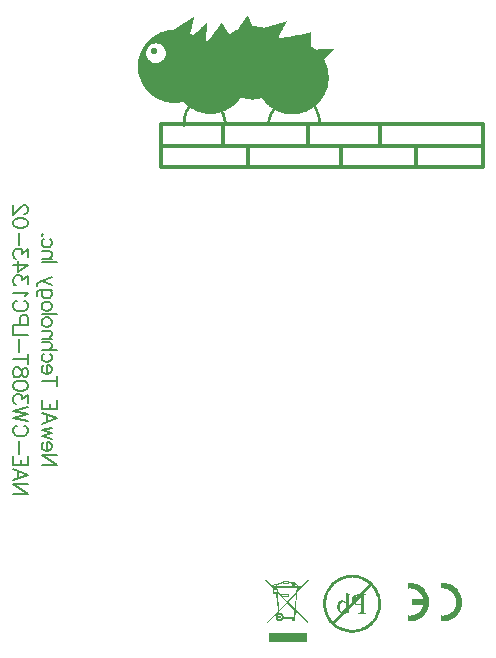
<source format=gbo>
G04*
G04 #@! TF.GenerationSoftware,Altium Limited,Altium Designer,21.6.4 (81)*
G04*
G04 Layer_Color=32896*
%FSLAX25Y25*%
%MOIN*%
G70*
G04*
G04 #@! TF.SameCoordinates,15FEF366-9F57-466A-8581-DEE9C99B8A09*
G04*
G04*
G04 #@! TF.FilePolarity,Positive*
G04*
G01*
G75*
%ADD13C,0.00800*%
%ADD15C,0.01181*%
G36*
X112134Y235419D02*
X112271D01*
Y235282D01*
Y235145D01*
Y235007D01*
X112408D01*
Y234870D01*
Y234733D01*
Y234595D01*
X112545D01*
Y234458D01*
Y234321D01*
X112683D01*
Y234184D01*
Y234046D01*
Y233909D01*
X112820D01*
Y233772D01*
Y233634D01*
Y233497D01*
X112957D01*
Y233360D01*
Y233223D01*
X113094D01*
Y233085D01*
Y232948D01*
Y232811D01*
X113232D01*
Y232673D01*
Y232536D01*
X113369D01*
Y232399D01*
Y232262D01*
Y232124D01*
X113506D01*
Y231987D01*
Y231850D01*
X115291D01*
Y231712D01*
X116115D01*
Y231575D01*
X116664D01*
Y231438D01*
X117213D01*
Y231300D01*
X117625D01*
Y231438D01*
X118174D01*
Y231575D01*
X118586D01*
Y231712D01*
X119135D01*
Y231850D01*
X119547D01*
Y231987D01*
X120096D01*
Y232124D01*
X120508D01*
Y232262D01*
X121057D01*
Y232399D01*
X121469D01*
Y232536D01*
X122019D01*
Y232673D01*
X122430D01*
Y232811D01*
X122979D01*
Y232948D01*
X123529D01*
Y233085D01*
X123941D01*
Y233223D01*
X124490D01*
Y233360D01*
X124902D01*
Y233497D01*
X125039D01*
Y233360D01*
Y233223D01*
X124902D01*
Y233085D01*
Y232948D01*
X124764D01*
Y232811D01*
X124627D01*
Y232673D01*
Y232536D01*
X124490D01*
Y232399D01*
Y232262D01*
X124352D01*
Y232124D01*
Y231987D01*
X124215D01*
Y231850D01*
X124078D01*
Y231712D01*
Y231575D01*
X123941D01*
Y231438D01*
Y231300D01*
X123803D01*
Y231163D01*
Y231026D01*
X123666D01*
Y230889D01*
Y230751D01*
X123529D01*
Y230614D01*
X123391D01*
Y230477D01*
Y230340D01*
X123254D01*
Y230202D01*
Y230065D01*
X123117D01*
Y229928D01*
Y229790D01*
X122979D01*
Y229653D01*
X122842D01*
Y229516D01*
Y229379D01*
X122705D01*
Y229241D01*
Y229104D01*
X122568D01*
Y228967D01*
Y228829D01*
X122430D01*
Y228692D01*
X122293D01*
Y228555D01*
Y228417D01*
Y228280D01*
X122430D01*
Y228143D01*
X122568D01*
Y228006D01*
X122705D01*
Y227868D01*
X123529D01*
Y228006D01*
X124215D01*
Y228143D01*
X125039D01*
Y228280D01*
X125725D01*
Y228417D01*
X126412D01*
Y228555D01*
X127098D01*
Y228692D01*
X127922D01*
Y228829D01*
X128609D01*
Y228967D01*
X129295D01*
Y229104D01*
X129981D01*
Y229241D01*
X130805D01*
Y229379D01*
X131492D01*
Y229516D01*
X132178D01*
Y229653D01*
X132864D01*
Y229790D01*
X133139D01*
Y229653D01*
Y229516D01*
Y229379D01*
Y229241D01*
Y229104D01*
Y228967D01*
Y228829D01*
Y228692D01*
Y228555D01*
Y228417D01*
Y228280D01*
Y228143D01*
Y228006D01*
Y227868D01*
Y227731D01*
Y227594D01*
Y227456D01*
Y227319D01*
Y227182D01*
Y227045D01*
Y226907D01*
Y226770D01*
Y226633D01*
Y226495D01*
Y226358D01*
Y226221D01*
Y226083D01*
Y225946D01*
Y225809D01*
Y225672D01*
Y225534D01*
Y225397D01*
Y225260D01*
Y225122D01*
X133276D01*
Y224985D01*
X133551D01*
Y224848D01*
X133688D01*
Y224711D01*
X133963D01*
Y224573D01*
X134100D01*
Y224436D01*
X134375D01*
Y224299D01*
X134512D01*
Y224161D01*
X134649D01*
Y224024D01*
X135336D01*
Y224161D01*
X140690D01*
Y224024D01*
X140553D01*
Y223887D01*
X140416D01*
Y223749D01*
X140278D01*
Y223612D01*
X140141D01*
Y223475D01*
X140004D01*
Y223338D01*
X139866D01*
Y223200D01*
X139729D01*
Y223063D01*
X139592D01*
Y222926D01*
X139454D01*
Y222789D01*
X139317D01*
Y222651D01*
X139180D01*
Y222514D01*
X139043D01*
Y222377D01*
X138905D01*
Y222239D01*
X138768D01*
Y222102D01*
X138631D01*
Y221965D01*
X138493D01*
Y221827D01*
X138356D01*
Y221690D01*
Y221553D01*
X138219D01*
Y221416D01*
X138082D01*
Y221278D01*
X137944D01*
Y221141D01*
X137807D01*
Y221004D01*
X137670D01*
Y220866D01*
X137395D01*
Y220729D01*
X137532D01*
Y220592D01*
Y220455D01*
X137670D01*
Y220317D01*
Y220180D01*
X137807D01*
Y220043D01*
Y219905D01*
X137944D01*
Y219768D01*
Y219631D01*
X138082D01*
Y219494D01*
Y219356D01*
Y219219D01*
X138219D01*
Y219082D01*
Y218944D01*
Y218807D01*
X138356D01*
Y218670D01*
Y218532D01*
X138493D01*
Y218395D01*
Y218258D01*
Y218121D01*
Y217983D01*
X138631D01*
Y217846D01*
Y217709D01*
Y217571D01*
Y217434D01*
X138768D01*
Y217297D01*
Y217160D01*
Y217022D01*
Y216885D01*
Y216748D01*
X138905D01*
Y216610D01*
Y216473D01*
Y216336D01*
Y216198D01*
Y216061D01*
Y215924D01*
Y215787D01*
Y215649D01*
X139043D01*
Y215512D01*
Y215375D01*
Y215237D01*
Y215100D01*
Y214963D01*
Y214826D01*
Y214688D01*
Y214551D01*
Y214414D01*
Y214276D01*
Y214139D01*
Y214002D01*
Y213864D01*
Y213727D01*
X138905D01*
Y213590D01*
Y213453D01*
Y213315D01*
Y213178D01*
Y213041D01*
Y212903D01*
Y212766D01*
Y212629D01*
X138768D01*
Y212492D01*
Y212354D01*
Y212217D01*
Y212080D01*
Y211943D01*
X138631D01*
Y211805D01*
Y211668D01*
Y211531D01*
Y211393D01*
X138493D01*
Y211256D01*
Y211119D01*
Y210981D01*
X138356D01*
Y210844D01*
Y210707D01*
Y210570D01*
X138219D01*
Y210432D01*
Y210295D01*
Y210158D01*
X138082D01*
Y210020D01*
Y209883D01*
X137944D01*
Y209746D01*
Y209609D01*
X137807D01*
Y209471D01*
Y209334D01*
X137670D01*
Y209197D01*
Y209059D01*
X137532D01*
Y208922D01*
Y208785D01*
X137395D01*
Y208647D01*
Y208510D01*
X137258D01*
Y208373D01*
Y208236D01*
X137120D01*
Y208098D01*
X136983D01*
Y207961D01*
Y207824D01*
X136846D01*
Y207686D01*
X136709D01*
Y207549D01*
X136571D01*
Y207412D01*
Y207275D01*
X136434D01*
Y207137D01*
X136297D01*
Y207000D01*
X136160D01*
Y206863D01*
Y206725D01*
X136022D01*
Y206588D01*
X135885D01*
Y206451D01*
X135748D01*
Y206313D01*
X135610D01*
Y206176D01*
X135473D01*
Y206039D01*
X135336D01*
Y205902D01*
X135198D01*
Y205764D01*
X135061D01*
Y205627D01*
X134924D01*
Y205490D01*
X134649D01*
Y205352D01*
Y205215D01*
X134787D01*
Y205078D01*
X134924D01*
Y204941D01*
X135061D01*
Y204803D01*
Y204666D01*
X135198D01*
Y204529D01*
Y204391D01*
X135336D01*
Y204254D01*
Y204117D01*
X135473D01*
Y203980D01*
Y203842D01*
Y203705D01*
X135610D01*
Y203568D01*
Y203430D01*
X135748D01*
Y203293D01*
Y203156D01*
Y203018D01*
X135885D01*
Y202881D01*
Y202744D01*
Y202607D01*
Y202469D01*
X136022D01*
Y202332D01*
Y202195D01*
Y202058D01*
Y201920D01*
X136160D01*
Y201783D01*
Y201646D01*
Y201508D01*
Y201371D01*
X136297D01*
Y201234D01*
Y201097D01*
Y200959D01*
Y200822D01*
Y200685D01*
Y200547D01*
Y200410D01*
X136434D01*
Y200273D01*
Y200135D01*
Y199998D01*
Y199861D01*
Y199723D01*
Y199586D01*
Y199449D01*
X135473D01*
Y199586D01*
Y199723D01*
Y199861D01*
Y199998D01*
Y200135D01*
Y200273D01*
Y200410D01*
Y200547D01*
Y200685D01*
X135336D01*
Y200822D01*
Y200959D01*
Y201097D01*
Y201234D01*
Y201371D01*
Y201508D01*
X135198D01*
Y201646D01*
Y201783D01*
Y201920D01*
Y202058D01*
X135061D01*
Y202195D01*
Y202332D01*
Y202469D01*
Y202607D01*
X134924D01*
Y202744D01*
Y202881D01*
Y203018D01*
X134787D01*
Y203156D01*
Y203293D01*
X134649D01*
Y203430D01*
Y203568D01*
Y203705D01*
X134512D01*
Y203842D01*
Y203980D01*
X134375D01*
Y204117D01*
Y204254D01*
X134237D01*
Y204391D01*
X134100D01*
Y204529D01*
Y204666D01*
X133963D01*
Y204803D01*
X133826D01*
Y204666D01*
X133688D01*
Y204529D01*
X133414D01*
Y204391D01*
X133276D01*
Y204254D01*
X133002D01*
Y204117D01*
X132727D01*
Y203980D01*
X132453D01*
Y203842D01*
X132178D01*
Y203705D01*
X131904D01*
Y203568D01*
X131629D01*
Y203430D01*
X131354D01*
Y203293D01*
X130942D01*
Y203156D01*
X130531D01*
Y203018D01*
X129981D01*
Y202881D01*
X129569D01*
Y202744D01*
X128746D01*
Y202607D01*
X127510D01*
Y202469D01*
X126137D01*
Y202607D01*
X124902D01*
Y202744D01*
X124215D01*
Y202881D01*
X123666D01*
Y203018D01*
X123117D01*
Y203156D01*
X122705D01*
Y203293D01*
X122430D01*
Y203430D01*
X122019D01*
Y203568D01*
X121744D01*
Y203705D01*
X121469D01*
Y203842D01*
X121057D01*
Y203705D01*
Y203568D01*
X120920D01*
Y203430D01*
X120783D01*
Y203293D01*
X120646D01*
Y203156D01*
Y203018D01*
X120508D01*
Y202881D01*
Y202744D01*
X120371D01*
Y202607D01*
X120234D01*
Y202469D01*
Y202332D01*
X120096D01*
Y202195D01*
Y202058D01*
X119959D01*
Y201920D01*
Y201783D01*
Y201646D01*
X119822D01*
Y201508D01*
Y201371D01*
Y201234D01*
X119685D01*
Y201097D01*
Y200959D01*
Y200822D01*
Y200685D01*
Y200547D01*
X119547D01*
Y200410D01*
Y200273D01*
Y200135D01*
Y199998D01*
Y199861D01*
Y199723D01*
Y199586D01*
Y199449D01*
Y199312D01*
Y199174D01*
Y199037D01*
X119135D01*
Y198900D01*
X118586D01*
Y199037D01*
Y199174D01*
Y199312D01*
Y199449D01*
Y199586D01*
Y199723D01*
Y199861D01*
Y199998D01*
Y200135D01*
Y200273D01*
X118723D01*
Y200410D01*
Y200547D01*
Y200685D01*
Y200822D01*
Y200959D01*
Y201097D01*
Y201234D01*
X118861D01*
Y201371D01*
Y201508D01*
Y201646D01*
X118998D01*
Y201783D01*
Y201920D01*
Y202058D01*
X119135D01*
Y202195D01*
Y202332D01*
Y202469D01*
X119273D01*
Y202607D01*
Y202744D01*
X119410D01*
Y202881D01*
Y203018D01*
X119547D01*
Y203156D01*
X119685D01*
Y203293D01*
Y203430D01*
X119822D01*
Y203568D01*
Y203705D01*
X119959D01*
Y203842D01*
X120096D01*
Y203980D01*
Y204117D01*
X120234D01*
Y204254D01*
X120371D01*
Y204391D01*
Y204529D01*
X119959D01*
Y204666D01*
X119822D01*
Y204803D01*
X119685D01*
Y204941D01*
X119410D01*
Y205078D01*
X119273D01*
Y205215D01*
X119135D01*
Y205352D01*
X118998D01*
Y205490D01*
X118723D01*
Y205627D01*
X118586D01*
Y205764D01*
X118449D01*
Y205902D01*
X118312D01*
Y206039D01*
X118174D01*
Y206176D01*
X118037D01*
Y206313D01*
X117900D01*
Y206451D01*
X117762D01*
Y206588D01*
X117625D01*
Y206725D01*
Y206863D01*
X117488D01*
Y207000D01*
X117351D01*
Y207137D01*
X117213D01*
Y207275D01*
X117076D01*
Y207412D01*
Y207549D01*
X116939D01*
Y207686D01*
X116801D01*
Y207824D01*
X116252D01*
Y207686D01*
X115566D01*
Y207549D01*
X114193D01*
Y207412D01*
X113094D01*
Y207549D01*
X111722D01*
Y207686D01*
X111035D01*
Y207824D01*
X110486D01*
Y207961D01*
X110074D01*
Y208098D01*
X109662D01*
Y207961D01*
Y207824D01*
X109525D01*
Y207686D01*
X109388D01*
Y207549D01*
X109250D01*
Y207412D01*
Y207275D01*
X109113D01*
Y207137D01*
X108976D01*
Y207000D01*
X108838D01*
Y206863D01*
X108701D01*
Y206725D01*
X108564D01*
Y206588D01*
X108427D01*
Y206451D01*
Y206313D01*
X108289D01*
Y206176D01*
X108152D01*
Y206039D01*
X107878D01*
Y205902D01*
X107740D01*
Y205764D01*
X107603D01*
Y205627D01*
X107466D01*
Y205490D01*
X107328D01*
Y205352D01*
X107191D01*
Y205215D01*
X106916D01*
Y205078D01*
X106779D01*
Y204941D01*
X106642D01*
Y204803D01*
X106367D01*
Y204666D01*
X106230D01*
Y204529D01*
X105955D01*
Y204391D01*
X105681D01*
Y204254D01*
X105543D01*
Y204117D01*
X105269D01*
Y203980D01*
X104994D01*
Y203842D01*
X104720D01*
Y203705D01*
X104308D01*
Y203568D01*
X103896D01*
Y203430D01*
Y203293D01*
X104033D01*
Y203156D01*
X104171D01*
Y203018D01*
Y202881D01*
X104308D01*
Y202744D01*
Y202607D01*
Y202469D01*
X104445D01*
Y202332D01*
Y202195D01*
Y202058D01*
X104583D01*
Y201920D01*
Y201783D01*
Y201646D01*
X104720D01*
Y201508D01*
Y201371D01*
Y201234D01*
Y201097D01*
Y200959D01*
X104857D01*
Y200822D01*
Y200685D01*
Y200547D01*
Y200410D01*
Y200273D01*
Y200135D01*
X104994D01*
Y199998D01*
Y199861D01*
Y199723D01*
Y199586D01*
Y199449D01*
Y199312D01*
Y199174D01*
Y199037D01*
Y198900D01*
X104720D01*
Y198763D01*
X104171D01*
Y198900D01*
Y199037D01*
Y199174D01*
X104033D01*
Y199312D01*
Y199449D01*
Y199586D01*
Y199723D01*
Y199861D01*
Y199998D01*
Y200135D01*
Y200273D01*
Y200410D01*
X103896D01*
Y200547D01*
Y200685D01*
Y200822D01*
Y200959D01*
Y201097D01*
X103759D01*
Y201234D01*
Y201371D01*
Y201508D01*
Y201646D01*
X103621D01*
Y201783D01*
Y201920D01*
Y202058D01*
X103484D01*
Y202195D01*
Y202332D01*
Y202469D01*
X103347D01*
Y202607D01*
Y202744D01*
X103210D01*
Y202881D01*
X103072D01*
Y203018D01*
Y203156D01*
X102798D01*
Y203018D01*
X102249D01*
Y202881D01*
X101425D01*
Y202744D01*
X100052D01*
Y202607D01*
X99228D01*
Y202744D01*
X97718D01*
Y202881D01*
X97031D01*
Y203018D01*
X96482D01*
Y203156D01*
X95933D01*
Y203293D01*
X95521D01*
Y203430D01*
X95109D01*
Y203568D01*
X94835D01*
Y203705D01*
X94560D01*
Y203842D01*
X94286D01*
Y203980D01*
X94011D01*
Y204117D01*
X93736D01*
Y204254D01*
X93462D01*
Y204391D01*
X93187D01*
Y204529D01*
X92775D01*
Y204391D01*
X92638D01*
Y204254D01*
Y204117D01*
X92501D01*
Y203980D01*
X92364D01*
Y203842D01*
Y203705D01*
X92226D01*
Y203568D01*
Y203430D01*
X92089D01*
Y203293D01*
Y203156D01*
X91952D01*
Y203018D01*
Y202881D01*
X91814D01*
Y202744D01*
Y202607D01*
X91677D01*
Y202469D01*
Y202332D01*
Y202195D01*
Y202058D01*
X91540D01*
Y201920D01*
Y201783D01*
Y201646D01*
Y201508D01*
Y201371D01*
X91403D01*
Y201234D01*
Y201097D01*
Y200959D01*
Y200822D01*
Y200685D01*
Y200547D01*
Y200410D01*
Y200273D01*
Y200135D01*
Y199998D01*
Y199861D01*
Y199723D01*
Y199586D01*
X91265D01*
Y199449D01*
Y199312D01*
Y199174D01*
Y199037D01*
Y198900D01*
Y198763D01*
Y198625D01*
Y198488D01*
Y198351D01*
X90304D01*
Y198488D01*
Y198625D01*
X90442D01*
Y198763D01*
Y198900D01*
Y199037D01*
Y199174D01*
Y199312D01*
Y199449D01*
Y199586D01*
Y199723D01*
Y199861D01*
Y199998D01*
Y200135D01*
Y200273D01*
Y200410D01*
Y200547D01*
Y200685D01*
Y200822D01*
Y200959D01*
Y201097D01*
X90579D01*
Y201234D01*
Y201371D01*
Y201508D01*
Y201646D01*
Y201783D01*
Y201920D01*
Y202058D01*
X90716D01*
Y202195D01*
Y202332D01*
Y202469D01*
Y202607D01*
X90853D01*
Y202744D01*
Y202881D01*
Y203018D01*
X90991D01*
Y203156D01*
Y203293D01*
X91128D01*
Y203430D01*
Y203568D01*
X91265D01*
Y203705D01*
Y203842D01*
X91403D01*
Y203980D01*
Y204117D01*
X91540D01*
Y204254D01*
Y204391D01*
X91677D01*
Y204529D01*
X91814D01*
Y204666D01*
Y204803D01*
X91952D01*
Y204941D01*
X92089D01*
Y205078D01*
Y205215D01*
Y205352D01*
X91952D01*
Y205490D01*
X91677D01*
Y205627D01*
X91540D01*
Y205764D01*
X91403D01*
Y205902D01*
X91265D01*
Y206039D01*
X91128D01*
Y206176D01*
X90991D01*
Y206313D01*
X90853D01*
Y206451D01*
X90716D01*
Y206588D01*
X90167D01*
Y206451D01*
X89343D01*
Y206313D01*
X85911D01*
Y206451D01*
X85224D01*
Y206588D01*
X84538D01*
Y206725D01*
X84126D01*
Y206863D01*
X83714D01*
Y207000D01*
X83302D01*
Y207137D01*
X82890D01*
Y207275D01*
X82616D01*
Y207412D01*
X82341D01*
Y207549D01*
X82067D01*
Y207686D01*
X81792D01*
Y207824D01*
X81518D01*
Y207961D01*
X81380D01*
Y208098D01*
X81106D01*
Y208236D01*
X80831D01*
Y208373D01*
X80694D01*
Y208510D01*
X80556D01*
Y208647D01*
X80282D01*
Y208785D01*
X80145D01*
Y208922D01*
X80007D01*
Y209059D01*
X79733D01*
Y209197D01*
X79596D01*
Y209334D01*
X79458D01*
Y209471D01*
X79321D01*
Y209609D01*
X79184D01*
Y209746D01*
X79046D01*
Y209883D01*
X78909D01*
Y210020D01*
X78772D01*
Y210158D01*
X78634D01*
Y210295D01*
X78497D01*
Y210432D01*
X78360D01*
Y210570D01*
X78223D01*
Y210707D01*
Y210844D01*
X78085D01*
Y210981D01*
X77948D01*
Y211119D01*
X77811D01*
Y211256D01*
Y211393D01*
X77673D01*
Y211531D01*
X77536D01*
Y211668D01*
Y211805D01*
X77399D01*
Y211943D01*
X77262D01*
Y212080D01*
Y212217D01*
X77124D01*
Y212354D01*
X76987D01*
Y212492D01*
Y212629D01*
X76850D01*
Y212766D01*
Y212903D01*
X76712D01*
Y213041D01*
Y213178D01*
X76575D01*
Y213315D01*
Y213453D01*
X76438D01*
Y213590D01*
Y213727D01*
Y213864D01*
X76301D01*
Y214002D01*
Y214139D01*
X76163D01*
Y214276D01*
Y214414D01*
Y214551D01*
X76026D01*
Y214688D01*
Y214826D01*
Y214963D01*
X75889D01*
Y215100D01*
Y215237D01*
Y215375D01*
Y215512D01*
X75751D01*
Y215649D01*
Y215787D01*
Y215924D01*
Y216061D01*
X75614D01*
Y216198D01*
Y216336D01*
Y216473D01*
Y216610D01*
Y216748D01*
Y216885D01*
X75477D01*
Y217022D01*
Y217160D01*
Y217297D01*
Y217434D01*
Y217571D01*
Y217709D01*
Y217846D01*
Y217983D01*
Y218121D01*
Y218258D01*
Y218395D01*
Y218532D01*
Y218670D01*
Y218807D01*
Y218944D01*
Y219082D01*
Y219219D01*
Y219356D01*
Y219494D01*
Y219631D01*
Y219768D01*
Y219905D01*
Y220043D01*
X75614D01*
Y220180D01*
Y220317D01*
Y220455D01*
Y220592D01*
Y220729D01*
Y220866D01*
X75751D01*
Y221004D01*
Y221141D01*
Y221278D01*
Y221416D01*
X75889D01*
Y221553D01*
Y221690D01*
Y221827D01*
Y221965D01*
X76026D01*
Y222102D01*
Y222239D01*
Y222377D01*
X76163D01*
Y222514D01*
Y222651D01*
Y222789D01*
X76301D01*
Y222926D01*
Y223063D01*
X76438D01*
Y223200D01*
Y223338D01*
Y223475D01*
X76575D01*
Y223612D01*
Y223749D01*
X76712D01*
Y223887D01*
Y224024D01*
X76850D01*
Y224161D01*
Y224299D01*
X76987D01*
Y224436D01*
Y224573D01*
X77124D01*
Y224711D01*
X77262D01*
Y224848D01*
Y224985D01*
X77399D01*
Y225122D01*
Y225260D01*
X77536D01*
Y225397D01*
X77673D01*
Y225534D01*
Y225672D01*
X77811D01*
Y225809D01*
X77948D01*
Y225946D01*
X78085D01*
Y226083D01*
Y226221D01*
X78223D01*
Y226358D01*
X78360D01*
Y226495D01*
X78497D01*
Y226633D01*
X78634D01*
Y226770D01*
X78772D01*
Y226907D01*
X78909D01*
Y227045D01*
X79046D01*
Y227182D01*
X79184D01*
Y227319D01*
X79321D01*
Y227456D01*
X79458D01*
Y227594D01*
X79596D01*
Y227731D01*
X79733D01*
Y227868D01*
X79870D01*
Y228006D01*
X80145D01*
Y228143D01*
X80282D01*
Y228280D01*
X80419D01*
Y228417D01*
X80694D01*
Y228555D01*
X80831D01*
Y228692D01*
X81106D01*
Y228829D01*
X81243D01*
Y228967D01*
X81518D01*
Y229104D01*
X81792D01*
Y229241D01*
X82067D01*
Y229379D01*
X82341D01*
Y229516D01*
X82616D01*
Y229653D01*
X82890D01*
Y229790D01*
X83165D01*
Y229928D01*
X83577D01*
Y230065D01*
X83989D01*
Y230202D01*
X84538D01*
Y230340D01*
X85087D01*
Y230477D01*
X85774D01*
Y230614D01*
X87147D01*
Y230751D01*
X87421D01*
Y230889D01*
X87696D01*
Y231026D01*
X87970D01*
Y231163D01*
X88108D01*
Y231300D01*
X88382D01*
Y231438D01*
X88519D01*
Y231575D01*
X88794D01*
Y231712D01*
X89069D01*
Y231850D01*
X89206D01*
Y231987D01*
X89480D01*
Y232124D01*
X89755D01*
Y232262D01*
X89892D01*
Y232399D01*
X90167D01*
Y232536D01*
X90304D01*
Y232673D01*
X90579D01*
Y232811D01*
X90853D01*
Y232948D01*
X90991D01*
Y233085D01*
X91265D01*
Y233223D01*
X91403D01*
Y233360D01*
X91677D01*
Y233497D01*
X91952D01*
Y233634D01*
X92089D01*
Y233772D01*
X92364D01*
Y233909D01*
X92638D01*
Y234046D01*
X92775D01*
Y234184D01*
X93050D01*
Y234321D01*
X93187D01*
Y234458D01*
X93462D01*
Y234595D01*
X93736D01*
Y234733D01*
X93874D01*
Y234870D01*
X94148D01*
Y234733D01*
Y234595D01*
Y234458D01*
Y234321D01*
X94011D01*
Y234184D01*
Y234046D01*
Y233909D01*
Y233772D01*
X93874D01*
Y233634D01*
Y233497D01*
Y233360D01*
Y233223D01*
X93736D01*
Y233085D01*
Y232948D01*
Y232811D01*
Y232673D01*
X93599D01*
Y232536D01*
Y232399D01*
Y232262D01*
Y232124D01*
Y231987D01*
X93462D01*
Y231850D01*
Y231712D01*
Y231575D01*
Y231438D01*
X93325D01*
Y231300D01*
Y231163D01*
Y231026D01*
Y230889D01*
X93187D01*
Y230751D01*
Y230614D01*
Y230477D01*
Y230340D01*
X93050D01*
Y230202D01*
Y230065D01*
Y229928D01*
Y229790D01*
X92913D01*
Y229653D01*
Y229516D01*
Y229379D01*
X93187D01*
Y229241D01*
X93462D01*
Y229104D01*
X93736D01*
Y228967D01*
X94148D01*
Y229104D01*
X94286D01*
Y229241D01*
X94423D01*
Y229379D01*
X94560D01*
Y229516D01*
X94697D01*
Y229653D01*
X94835D01*
Y229790D01*
X94972D01*
Y229928D01*
X95109D01*
Y230065D01*
X95384D01*
Y230202D01*
X95521D01*
Y230340D01*
X95659D01*
Y230477D01*
X95796D01*
Y230614D01*
X95933D01*
Y230751D01*
X96070D01*
Y230889D01*
X96208D01*
Y231026D01*
X96345D01*
Y231163D01*
X96482D01*
Y231300D01*
X96620D01*
Y231438D01*
X96757D01*
Y231575D01*
X96894D01*
Y231712D01*
X97169D01*
Y231850D01*
X97306D01*
Y231987D01*
X97443D01*
Y232124D01*
X97581D01*
Y232262D01*
X97718D01*
Y232399D01*
X97855D01*
Y232536D01*
X97992D01*
Y232673D01*
X98130D01*
Y232811D01*
X98267D01*
Y232948D01*
X98404D01*
Y233085D01*
X98542D01*
Y232948D01*
Y232811D01*
Y232673D01*
Y232536D01*
Y232399D01*
Y232262D01*
Y232124D01*
Y231987D01*
Y231850D01*
Y231712D01*
Y231575D01*
X98404D01*
Y231438D01*
Y231300D01*
Y231163D01*
Y231026D01*
Y230889D01*
Y230751D01*
Y230614D01*
Y230477D01*
Y230340D01*
Y230202D01*
Y230065D01*
Y229928D01*
Y229790D01*
X98267D01*
Y229653D01*
Y229516D01*
Y229379D01*
Y229241D01*
Y229104D01*
Y228967D01*
Y228829D01*
Y228692D01*
Y228555D01*
Y228417D01*
Y228280D01*
Y228143D01*
Y228006D01*
Y227868D01*
X98130D01*
Y227731D01*
Y227594D01*
Y227456D01*
Y227319D01*
Y227182D01*
Y227045D01*
X98953D01*
Y227182D01*
X99091D01*
Y227319D01*
X99228D01*
Y227456D01*
X99365D01*
Y227594D01*
Y227731D01*
X99503D01*
Y227868D01*
X99640D01*
Y228006D01*
X99777D01*
Y228143D01*
Y228280D01*
X99915D01*
Y228417D01*
X100052D01*
Y228555D01*
Y228692D01*
X100189D01*
Y228829D01*
X100326D01*
Y228967D01*
X100464D01*
Y229104D01*
Y229241D01*
X100601D01*
Y229379D01*
X100738D01*
Y229516D01*
X100876D01*
Y229653D01*
Y229790D01*
X101013D01*
Y229928D01*
X101150D01*
Y230065D01*
X101287D01*
Y230202D01*
Y230340D01*
X101425D01*
Y230477D01*
X101562D01*
Y230614D01*
Y230751D01*
X101699D01*
Y230889D01*
X101837D01*
Y231026D01*
X101974D01*
Y231163D01*
Y231300D01*
X102111D01*
Y231438D01*
X102249D01*
Y231575D01*
X102386D01*
Y231712D01*
Y231850D01*
X102523D01*
Y231987D01*
X102660D01*
Y232124D01*
X102798D01*
Y232262D01*
Y232399D01*
X102935D01*
Y232536D01*
X103072D01*
Y232673D01*
Y232811D01*
X103210D01*
Y232948D01*
X103484D01*
Y232811D01*
Y232673D01*
X103621D01*
Y232536D01*
X103759D01*
Y232399D01*
Y232262D01*
X103896D01*
Y232124D01*
X104033D01*
Y231987D01*
Y231850D01*
X104171D01*
Y231712D01*
X104308D01*
Y231575D01*
Y231438D01*
X104445D01*
Y231300D01*
X104583D01*
Y231163D01*
Y231026D01*
X104720D01*
Y230889D01*
X104857D01*
Y230751D01*
Y230614D01*
X104994D01*
Y230477D01*
X105132D01*
Y230340D01*
Y230202D01*
X105269D01*
Y230065D01*
X105406D01*
Y229928D01*
Y229790D01*
X105543D01*
Y229653D01*
X105681D01*
Y229516D01*
Y229379D01*
X105818D01*
Y229241D01*
X106230D01*
Y229379D01*
X106367D01*
Y229516D01*
X106505D01*
Y229653D01*
X106779D01*
Y229790D01*
X106916D01*
Y229928D01*
X107191D01*
Y230065D01*
X107328D01*
Y230202D01*
X107603D01*
Y230340D01*
X107878D01*
Y230477D01*
X108152D01*
Y230614D01*
X108427D01*
Y230751D01*
X108701D01*
Y230889D01*
X108838D01*
Y231026D01*
X108976D01*
Y231163D01*
Y231300D01*
X109113D01*
Y231438D01*
X109250D01*
Y231575D01*
Y231712D01*
X109388D01*
Y231850D01*
X109525D01*
Y231987D01*
Y232124D01*
X109662D01*
Y232262D01*
X109800D01*
Y232399D01*
X109937D01*
Y232536D01*
Y232673D01*
X110074D01*
Y232811D01*
X110211D01*
Y232948D01*
Y233085D01*
X110349D01*
Y233223D01*
X110486D01*
Y233360D01*
Y233497D01*
X110623D01*
Y233634D01*
X110761D01*
Y233772D01*
X110898D01*
Y233909D01*
Y234046D01*
X111035D01*
Y234184D01*
X111172D01*
Y234321D01*
Y234458D01*
X111310D01*
Y234595D01*
X111447D01*
Y234733D01*
Y234870D01*
X111584D01*
Y235007D01*
X111722D01*
Y235145D01*
X111859D01*
Y235282D01*
Y235419D01*
X111996D01*
Y235557D01*
X112134D01*
Y235419D01*
D02*
G37*
G36*
X177541Y46377D02*
X178016Y46320D01*
X178467Y46227D01*
X178895Y46100D01*
X179300Y45961D01*
X179670Y45799D01*
X180029Y45625D01*
X180341Y45452D01*
X180631Y45278D01*
X180885Y45105D01*
X181105Y44943D01*
X181290Y44804D01*
X181429Y44677D01*
X181533Y44584D01*
X181603Y44526D01*
X181626Y44503D01*
X181961Y44144D01*
X182250Y43763D01*
X182505Y43381D01*
X182713Y42999D01*
X182898Y42606D01*
X183049Y42235D01*
X183176Y41865D01*
X183280Y41518D01*
X183350Y41194D01*
X183407Y40893D01*
X183454Y40627D01*
X183477Y40396D01*
X183488Y40292D01*
X183500Y40199D01*
Y40130D01*
X183512Y40060D01*
Y40014D01*
Y39979D01*
Y39956D01*
Y39944D01*
X183488Y39459D01*
X183431Y38984D01*
X183338Y38533D01*
X183211Y38105D01*
X183072Y37700D01*
X182910Y37330D01*
X182748Y36983D01*
X182563Y36659D01*
X182389Y36381D01*
X182227Y36126D01*
X182065Y35907D01*
X181915Y35721D01*
X181799Y35583D01*
X181707Y35467D01*
X181649Y35409D01*
X181626Y35386D01*
X181267Y35050D01*
X180885Y34761D01*
X180503Y34507D01*
X180110Y34298D01*
X179728Y34113D01*
X179346Y33963D01*
X178976Y33836D01*
X178629Y33731D01*
X178305Y33662D01*
X178004Y33604D01*
X177738Y33558D01*
X177507Y33535D01*
X177403Y33523D01*
X177310Y33512D01*
X177241D01*
X177171Y33500D01*
X176813D01*
X176708Y33512D01*
X176523D01*
X176465Y33523D01*
X176408D01*
Y35478D01*
X176627Y35455D01*
X176743Y35444D01*
X176836D01*
X176928Y35432D01*
X177056D01*
X177403Y35444D01*
X177727Y35490D01*
X178039Y35559D01*
X178340Y35640D01*
X178618Y35733D01*
X178884Y35849D01*
X179127Y35964D01*
X179346Y36092D01*
X179555Y36219D01*
X179728Y36335D01*
X179879Y36450D01*
X180006Y36543D01*
X180110Y36636D01*
X180191Y36693D01*
X180237Y36740D01*
X180249Y36751D01*
X180480Y37006D01*
X180689Y37272D01*
X180862Y37538D01*
X181012Y37816D01*
X181140Y38082D01*
X181244Y38348D01*
X181336Y38602D01*
X181406Y38845D01*
X181452Y39077D01*
X181498Y39285D01*
X181521Y39470D01*
X181545Y39632D01*
X181556Y39759D01*
X181568Y39863D01*
Y39921D01*
Y39944D01*
X181556Y40292D01*
X181510Y40616D01*
X181440Y40940D01*
X181360Y41240D01*
X181267Y41518D01*
X181151Y41784D01*
X181036Y42027D01*
X180908Y42247D01*
X180781Y42444D01*
X180665Y42617D01*
X180550Y42779D01*
X180457Y42906D01*
X180365Y42999D01*
X180307Y43080D01*
X180260Y43126D01*
X180249Y43138D01*
X179994Y43369D01*
X179728Y43578D01*
X179462Y43751D01*
X179184Y43913D01*
X178918Y44040D01*
X178652Y44144D01*
X178398Y44237D01*
X178155Y44306D01*
X177923Y44353D01*
X177715Y44399D01*
X177530Y44434D01*
X177368Y44445D01*
X177241Y44457D01*
X177137Y44468D01*
X177056D01*
X176813Y44457D01*
X176708D01*
X176604Y44445D01*
X176523Y44434D01*
X176465D01*
X176419Y44422D01*
X176408D01*
Y46366D01*
X176627Y46389D01*
X176732D01*
X176836Y46400D01*
X177056D01*
X177541Y46377D01*
D02*
G37*
G36*
X166573D02*
X167048Y46320D01*
X167499Y46227D01*
X167927Y46100D01*
X168332Y45961D01*
X168702Y45799D01*
X169049Y45625D01*
X169373Y45452D01*
X169651Y45278D01*
X169905Y45105D01*
X170125Y44943D01*
X170310Y44804D01*
X170449Y44677D01*
X170565Y44584D01*
X170623Y44526D01*
X170646Y44503D01*
X170981Y44144D01*
X171271Y43763D01*
X171525Y43381D01*
X171733Y42999D01*
X171918Y42606D01*
X172069Y42235D01*
X172196Y41865D01*
X172300Y41518D01*
X172370Y41194D01*
X172427Y40893D01*
X172474Y40627D01*
X172497Y40396D01*
X172509Y40292D01*
X172520Y40199D01*
Y40130D01*
X172532Y40060D01*
Y40014D01*
Y39979D01*
Y39956D01*
Y39944D01*
X172509Y39459D01*
X172451Y38984D01*
X172358Y38533D01*
X172231Y38105D01*
X172092Y37700D01*
X171930Y37330D01*
X171768Y36983D01*
X171583Y36659D01*
X171409Y36381D01*
X171247Y36126D01*
X171085Y35907D01*
X170935Y35721D01*
X170819Y35583D01*
X170727Y35467D01*
X170669Y35409D01*
X170646Y35386D01*
X170287Y35050D01*
X169905Y34761D01*
X169523Y34507D01*
X169142Y34298D01*
X168748Y34113D01*
X168378Y33963D01*
X168008Y33836D01*
X167661Y33731D01*
X167337Y33662D01*
X167036Y33604D01*
X166770Y33558D01*
X166538Y33535D01*
X166434Y33523D01*
X166342Y33512D01*
X166272D01*
X166203Y33500D01*
X165844D01*
X165740Y33512D01*
X165555D01*
X165497Y33523D01*
X165439D01*
X165451Y35478D01*
X165671Y35455D01*
X165775Y35444D01*
X165879D01*
X165960Y35432D01*
X166087D01*
X166376Y35444D01*
X166666Y35478D01*
X166943Y35525D01*
X167198Y35583D01*
X167452Y35664D01*
X167684Y35745D01*
X167904Y35837D01*
X168100Y35930D01*
X168285Y36022D01*
X168447Y36115D01*
X168586Y36196D01*
X168702Y36277D01*
X168795Y36335D01*
X168864Y36381D01*
X168910Y36416D01*
X168922Y36427D01*
X169142Y36624D01*
X169350Y36821D01*
X169523Y37029D01*
X169685Y37249D01*
X169836Y37457D01*
X169963Y37677D01*
X170079Y37885D01*
X170171Y38082D01*
X170252Y38267D01*
X170322Y38440D01*
X170380Y38591D01*
X170426Y38730D01*
X170461Y38834D01*
X170484Y38915D01*
X170495Y38961D01*
Y38984D01*
X166724D01*
Y40916D01*
X170495D01*
X170426Y41206D01*
X170333Y41472D01*
X170229Y41738D01*
X170114Y41981D01*
X169986Y42201D01*
X169859Y42409D01*
X169720Y42606D01*
X169593Y42779D01*
X169466Y42941D01*
X169338Y43080D01*
X169234Y43196D01*
X169130Y43288D01*
X169049Y43369D01*
X168991Y43427D01*
X168945Y43462D01*
X168933Y43473D01*
X168690Y43647D01*
X168447Y43797D01*
X168204Y43936D01*
X167962Y44052D01*
X167719Y44144D01*
X167487Y44225D01*
X167256Y44295D01*
X167036Y44341D01*
X166839Y44387D01*
X166654Y44410D01*
X166492Y44434D01*
X166353Y44457D01*
X166238D01*
X166157Y44468D01*
X166087D01*
X165844Y44457D01*
X165740D01*
X165636Y44445D01*
X165555Y44434D01*
X165497D01*
X165451Y44422D01*
X165439D01*
Y46366D01*
X165578Y46377D01*
X165694Y46389D01*
X165810D01*
X165902Y46400D01*
X166087D01*
X166573Y46377D01*
D02*
G37*
G36*
X147198Y49073D02*
X147568Y49050D01*
X147927Y49015D01*
X148274Y48957D01*
X148621Y48899D01*
X148945Y48818D01*
X149593Y48645D01*
X150194Y48425D01*
X150761Y48182D01*
X151282Y47928D01*
X151525Y47800D01*
X151756Y47662D01*
X151976Y47534D01*
X152184Y47395D01*
X152381Y47268D01*
X152566Y47141D01*
X152740Y47014D01*
X152902Y46898D01*
X153041Y46782D01*
X153168Y46678D01*
X153284Y46586D01*
X153388Y46505D01*
X153480Y46424D01*
X153550Y46366D01*
X153607Y46308D01*
X153642Y46273D01*
X153665Y46250D01*
X153677Y46238D01*
X153931Y45972D01*
X154174Y45695D01*
X154394Y45417D01*
X154614Y45128D01*
X154799Y44839D01*
X154984Y44561D01*
X155158Y44260D01*
X155308Y43971D01*
X155447Y43681D01*
X155586Y43392D01*
X155806Y42825D01*
X156002Y42281D01*
X156141Y41761D01*
X156269Y41263D01*
X156315Y41032D01*
X156350Y40812D01*
X156384Y40615D01*
X156419Y40419D01*
X156442Y40234D01*
X156454Y40072D01*
X156465Y39921D01*
X156477Y39794D01*
X156488Y39678D01*
Y39574D01*
X156500Y39505D01*
Y39447D01*
Y39412D01*
Y39401D01*
X156488Y39030D01*
X156465Y38660D01*
X156431Y38301D01*
X156373Y37954D01*
X156315Y37607D01*
X156234Y37283D01*
X156060Y36635D01*
X155841Y36034D01*
X155609Y35467D01*
X155355Y34946D01*
X155216Y34703D01*
X155088Y34472D01*
X154961Y34252D01*
X154822Y34044D01*
X154695Y33847D01*
X154568Y33662D01*
X154452Y33488D01*
X154336Y33326D01*
X154221Y33187D01*
X154117Y33060D01*
X154024Y32945D01*
X153931Y32840D01*
X153862Y32748D01*
X153793Y32678D01*
X153746Y32620D01*
X153712Y32586D01*
X153689Y32563D01*
X153677Y32551D01*
X153411Y32297D01*
X153133Y32054D01*
X152855Y31822D01*
X152566Y31614D01*
X152277Y31417D01*
X151988Y31232D01*
X151699Y31070D01*
X151409Y30908D01*
X151120Y30769D01*
X150831Y30642D01*
X150264Y30411D01*
X149708Y30226D01*
X149188Y30075D01*
X148702Y29959D01*
X148470Y29902D01*
X148251Y29867D01*
X148042Y29832D01*
X147846Y29809D01*
X147661Y29774D01*
X147499Y29763D01*
X147348Y29751D01*
X147221Y29740D01*
X147105Y29728D01*
X147001D01*
X146932Y29717D01*
X146827D01*
X146457Y29728D01*
X146087Y29751D01*
X145728Y29786D01*
X145381Y29844D01*
X145046Y29902D01*
X144710Y29983D01*
X144074Y30156D01*
X143472Y30376D01*
X142905Y30619D01*
X142385Y30874D01*
X142142Y31001D01*
X141910Y31140D01*
X141690Y31267D01*
X141482Y31394D01*
X141285Y31533D01*
X141100Y31660D01*
X140927Y31776D01*
X140765Y31892D01*
X140626Y32007D01*
X140499Y32111D01*
X140383Y32204D01*
X140279Y32285D01*
X140186Y32366D01*
X140117Y32435D01*
X140059Y32482D01*
X140024Y32516D01*
X140001Y32539D01*
X139990Y32551D01*
X139735Y32817D01*
X139492Y33095D01*
X139261Y33373D01*
X139052Y33662D01*
X138856Y33951D01*
X138671Y34240D01*
X138497Y34530D01*
X138347Y34819D01*
X138196Y35108D01*
X138069Y35397D01*
X137838Y35964D01*
X137653Y36520D01*
X137502Y37040D01*
X137386Y37526D01*
X137329Y37758D01*
X137294Y37977D01*
X137259Y38186D01*
X137224Y38382D01*
X137201Y38568D01*
X137190Y38730D01*
X137178Y38880D01*
X137167Y39007D01*
X137155Y39123D01*
X137143Y39227D01*
Y39296D01*
Y39354D01*
Y39389D01*
Y39401D01*
X137155Y39771D01*
X137178Y40141D01*
X137213Y40500D01*
X137271Y40847D01*
X137329Y41182D01*
X137409Y41518D01*
X137583Y42154D01*
X137803Y42756D01*
X138046Y43323D01*
X138300Y43843D01*
X138428Y44086D01*
X138567Y44318D01*
X138694Y44538D01*
X138833Y44746D01*
X138960Y44943D01*
X139087Y45128D01*
X139214Y45301D01*
X139330Y45463D01*
X139446Y45602D01*
X139550Y45729D01*
X139643Y45845D01*
X139724Y45949D01*
X139804Y46042D01*
X139862Y46111D01*
X139920Y46169D01*
X139955Y46204D01*
X139978Y46227D01*
X139990Y46238D01*
X140256Y46493D01*
X140533Y46736D01*
X140811Y46967D01*
X141100Y47176D01*
X141390Y47372D01*
X141667Y47557D01*
X141968Y47731D01*
X142257Y47881D01*
X142547Y48032D01*
X142836Y48159D01*
X143403Y48390D01*
X143947Y48576D01*
X144467Y48726D01*
X144965Y48842D01*
X145196Y48899D01*
X145416Y48934D01*
X145613Y48969D01*
X145809Y49004D01*
X145994Y49027D01*
X146156Y49038D01*
X146307Y49050D01*
X146434Y49062D01*
X146550Y49073D01*
X146654Y49085D01*
X146827D01*
X147198Y49073D01*
D02*
G37*
G36*
X132500Y47222D02*
X128578Y43138D01*
X128462Y42039D01*
X128219Y39366D01*
X128022Y37445D01*
X132222Y33130D01*
X131933Y32852D01*
X127988Y36901D01*
X127756Y34414D01*
X127629D01*
Y33465D01*
X126750D01*
Y34414D01*
X124031D01*
X123927Y34229D01*
X123799Y34044D01*
X123603Y33835D01*
X123348Y33662D01*
X123059Y33569D01*
X122781Y33535D01*
X122492Y33546D01*
X122284Y33604D01*
X122041Y33708D01*
X121833Y33835D01*
X121670Y33997D01*
X121509Y34229D01*
X121393Y34483D01*
X121323Y34726D01*
X121300Y34923D01*
X121323Y35166D01*
X121358Y35351D01*
X121428Y35525D01*
X121532Y35721D01*
X121647Y35883D01*
X121809Y36034D01*
X121983Y36149D01*
X122145Y36230D01*
X122122Y36439D01*
X118662Y32852D01*
X118373Y33141D01*
X122087Y36982D01*
X121786Y40338D01*
X121578Y42767D01*
X120467D01*
Y44329D01*
X120756D01*
X117945Y47222D01*
X118234Y47499D01*
X120884Y44769D01*
Y44966D01*
X120826Y45012D01*
X120756Y45058D01*
X120687Y45128D01*
X120618Y45209D01*
X120583Y45313D01*
X120548Y45405D01*
X120537Y45521D01*
X120560Y45671D01*
X120595Y45753D01*
X120699Y45915D01*
X120814Y46019D01*
X120965Y46088D01*
X121127Y46111D01*
X121289Y46088D01*
X121428Y46030D01*
X121543Y45961D01*
X121601Y45891D01*
X121705Y45984D01*
X121879Y46100D01*
X122087Y46204D01*
X122388Y46319D01*
X122712Y46412D01*
X123036Y46481D01*
X123383Y46539D01*
X123661Y46574D01*
Y46921D01*
X125882D01*
Y46620D01*
X126056D01*
X126345Y46586D01*
X126646Y46551D01*
X126935Y46505D01*
Y46690D01*
X127895D01*
Y46238D01*
X128011Y46181D01*
X128161Y46111D01*
X128335Y46007D01*
X128474Y45915D01*
X128601Y45799D01*
X128693Y45718D01*
X128751Y45637D01*
X128798Y45544D01*
X128774Y45382D01*
X129330D01*
Y44677D01*
X128717D01*
X128624Y43762D01*
X132211Y47499D01*
X132500Y47222D01*
D02*
G37*
G36*
X131655Y29647D02*
Y29589D01*
Y29508D01*
Y29427D01*
Y29335D01*
Y29254D01*
Y29196D01*
Y29184D01*
Y29173D01*
Y28791D01*
Y28606D01*
Y28432D01*
Y28293D01*
Y28178D01*
Y28131D01*
Y28097D01*
Y28085D01*
Y28073D01*
Y27854D01*
Y27657D01*
Y27472D01*
Y27310D01*
Y27171D01*
Y27079D01*
Y27009D01*
Y26998D01*
Y26986D01*
Y26824D01*
Y26708D01*
Y26616D01*
Y26558D01*
Y26523D01*
Y26512D01*
Y26500D01*
X119009D01*
Y26523D01*
Y26581D01*
Y26650D01*
Y26743D01*
Y26836D01*
Y26905D01*
Y26963D01*
Y26986D01*
Y27368D01*
Y27553D01*
Y27715D01*
Y27865D01*
Y27969D01*
Y28016D01*
Y28050D01*
Y28062D01*
Y28073D01*
Y28293D01*
Y28502D01*
Y28687D01*
Y28849D01*
Y28988D01*
Y29092D01*
Y29149D01*
Y29173D01*
Y29265D01*
Y29335D01*
Y29462D01*
Y29555D01*
Y29612D01*
Y29647D01*
Y29659D01*
Y29670D01*
X131655D01*
Y29647D01*
D02*
G37*
%LPC*%
G36*
X81792Y226221D02*
X81106D01*
Y226083D01*
X80419D01*
Y225946D01*
X80145D01*
Y225809D01*
X79870D01*
Y225672D01*
X79596D01*
Y225534D01*
X79458D01*
Y225397D01*
X79321D01*
Y225260D01*
X79184D01*
Y225122D01*
X79046D01*
Y224985D01*
X78909D01*
Y224848D01*
X78772D01*
Y224711D01*
X78634D01*
Y224573D01*
Y224436D01*
X78497D01*
Y224299D01*
Y224161D01*
X78360D01*
Y224024D01*
Y223887D01*
Y223749D01*
X78223D01*
Y223612D01*
Y223475D01*
Y223338D01*
Y223200D01*
Y223063D01*
Y222926D01*
Y222789D01*
Y222651D01*
Y222514D01*
Y222377D01*
Y222239D01*
Y222102D01*
Y221965D01*
X78360D01*
Y221827D01*
Y221690D01*
Y221553D01*
X78497D01*
Y221416D01*
Y221278D01*
X78634D01*
Y221141D01*
X78772D01*
Y221004D01*
Y220866D01*
X78909D01*
Y220729D01*
X79046D01*
Y220592D01*
X79184D01*
Y220455D01*
X79321D01*
Y220317D01*
X79596D01*
Y220180D01*
X79733D01*
Y220043D01*
X80007D01*
Y219905D01*
X80282D01*
Y219768D01*
X80831D01*
Y219631D01*
X82067D01*
Y219768D01*
X82616D01*
Y219905D01*
X82890D01*
Y220043D01*
X83165D01*
Y220180D01*
X83302D01*
Y220317D01*
X83577D01*
Y220455D01*
X83714D01*
Y220592D01*
X83851D01*
Y220729D01*
X83989D01*
Y220866D01*
X84126D01*
Y221004D01*
Y221141D01*
X84263D01*
Y221278D01*
Y221416D01*
X84401D01*
Y221553D01*
Y221690D01*
X84538D01*
Y221827D01*
Y221965D01*
X84675D01*
Y222102D01*
Y222239D01*
Y222377D01*
Y222514D01*
Y222651D01*
Y222789D01*
Y222926D01*
Y223063D01*
Y223200D01*
Y223338D01*
Y223475D01*
Y223612D01*
Y223749D01*
X84538D01*
Y223887D01*
Y224024D01*
Y224161D01*
X84401D01*
Y224299D01*
Y224436D01*
X84263D01*
Y224573D01*
Y224711D01*
X84126D01*
Y224848D01*
X83989D01*
Y224985D01*
X83851D01*
Y225122D01*
X83714D01*
Y225260D01*
X83577D01*
Y225397D01*
X83440D01*
Y225534D01*
X83302D01*
Y225672D01*
X83028D01*
Y225809D01*
X82753D01*
Y225946D01*
X82341D01*
Y226083D01*
X81792D01*
Y226221D01*
D02*
G37*
%LPD*%
G36*
X81380Y224436D02*
X81655D01*
Y224299D01*
X81792D01*
Y224161D01*
Y224024D01*
X81929D01*
Y223887D01*
Y223749D01*
Y223612D01*
Y223475D01*
Y223338D01*
Y223200D01*
Y223063D01*
X81792D01*
Y222926D01*
X81655D01*
Y222789D01*
X81518D01*
Y222651D01*
X81380D01*
Y222514D01*
X80419D01*
Y222651D01*
X80145D01*
Y222789D01*
X80007D01*
Y222926D01*
X79870D01*
Y223063D01*
Y223200D01*
Y223338D01*
X79733D01*
Y223475D01*
Y223612D01*
Y223749D01*
X79870D01*
Y223887D01*
Y224024D01*
Y224161D01*
X80007D01*
Y224299D01*
X80145D01*
Y224436D01*
X80282D01*
Y224573D01*
X81380D01*
Y224436D01*
D02*
G37*
%LPC*%
G36*
X152624Y45903D02*
X152618Y45897D01*
X152740Y45787D01*
X152983Y45556D01*
X152624Y45903D01*
D02*
G37*
G36*
X152983Y45556D02*
X152995Y45543D01*
X153006Y45521D01*
X153041Y45486D01*
X153087Y45440D01*
X153145Y45371D01*
X153214Y45301D01*
X153295Y45209D01*
X153307Y45220D01*
X152995Y45543D01*
X152994Y45544D01*
X152983Y45556D01*
D02*
G37*
G36*
X146990Y48113D02*
X146827D01*
X146492Y48101D01*
X146168Y48090D01*
X145844Y48055D01*
X145532Y48009D01*
X144918Y47881D01*
X144340Y47719D01*
X143796Y47523D01*
X143299Y47303D01*
X142824Y47071D01*
X142396Y46840D01*
X142014Y46597D01*
X141829Y46481D01*
X141667Y46366D01*
X141517Y46250D01*
X141378Y46146D01*
X141239Y46053D01*
X141123Y45961D01*
X141019Y45868D01*
X140927Y45787D01*
X140857Y45729D01*
X140788Y45671D01*
X140742Y45614D01*
X140707Y45590D01*
X140684Y45567D01*
X140672Y45556D01*
X140441Y45313D01*
X140221Y45070D01*
X140013Y44815D01*
X139828Y44561D01*
X139654Y44306D01*
X139492Y44040D01*
X139330Y43786D01*
X139191Y43519D01*
X138948Y42999D01*
X138740Y42490D01*
X138567Y41992D01*
X138439Y41529D01*
X138323Y41078D01*
X138254Y40673D01*
X138219Y40488D01*
X138196Y40315D01*
X138173Y40153D01*
X138150Y40002D01*
X138138Y39875D01*
X138127Y39748D01*
Y39643D01*
X138115Y39562D01*
Y39493D01*
Y39447D01*
Y39412D01*
Y39401D01*
X138127Y39065D01*
X138138Y38741D01*
X138173Y38417D01*
X138219Y38105D01*
X138347Y37492D01*
X138509Y36913D01*
X138705Y36369D01*
X138925Y35860D01*
X139157Y35397D01*
X139388Y34969D01*
X139631Y34576D01*
X139747Y34402D01*
X139862Y34229D01*
X139978Y34078D01*
X140082Y33939D01*
X140175Y33812D01*
X140267Y33685D01*
X140333Y33612D01*
X143009Y36288D01*
X142870Y36381D01*
X142743Y36473D01*
X142697Y36520D01*
X142662Y36554D01*
X142639Y36566D01*
X142628Y36577D01*
X142489Y36716D01*
X142373Y36855D01*
X142269Y37006D01*
X142188Y37168D01*
X142107Y37318D01*
X142049Y37468D01*
X141956Y37769D01*
X141922Y37908D01*
X141899Y38024D01*
X141887Y38139D01*
X141876Y38243D01*
X141864Y38313D01*
Y38382D01*
Y38417D01*
Y38429D01*
Y38614D01*
X141887Y38787D01*
X141945Y39088D01*
X142026Y39366D01*
X142061Y39481D01*
X142107Y39586D01*
X142153Y39678D01*
X142200Y39759D01*
X142246Y39829D01*
X142280Y39887D01*
X142315Y39933D01*
X142338Y39968D01*
X142350Y39979D01*
X142361Y39991D01*
X142454Y40095D01*
X142558Y40187D01*
X142651Y40257D01*
X142755Y40326D01*
X142952Y40430D01*
X143125Y40500D01*
X143287Y40534D01*
X143403Y40558D01*
X143449Y40569D01*
X143518D01*
X143657Y40558D01*
X143785Y40534D01*
X143912Y40488D01*
X144039Y40430D01*
X144271Y40291D01*
X144479Y40130D01*
X144641Y39968D01*
X144710Y39898D01*
X144768Y39829D01*
X144814Y39771D01*
X144849Y39724D01*
X144872Y39701D01*
X144884Y39690D01*
Y42825D01*
X145092D01*
X146388Y42293D01*
X146318Y42131D01*
X146191Y42177D01*
X146087Y42189D01*
X146018Y42200D01*
X145994D01*
X145913Y42189D01*
X145856Y42177D01*
X145809Y42154D01*
X145798Y42143D01*
X145752Y42073D01*
X145717Y42004D01*
X145705Y41934D01*
X145694Y41923D01*
Y41911D01*
X145682Y41877D01*
Y41819D01*
X145670Y41703D01*
Y41553D01*
X145659Y41391D01*
Y41252D01*
Y41124D01*
Y41078D01*
Y41043D01*
Y41020D01*
Y41009D01*
Y38938D01*
X146804Y40095D01*
X146747Y40315D01*
X146723Y40430D01*
X146712Y40523D01*
X146700Y40615D01*
Y40685D01*
Y40731D01*
Y40743D01*
X146712Y40951D01*
X146758Y41136D01*
X146804Y41310D01*
X146874Y41448D01*
X146932Y41576D01*
X146990Y41657D01*
X147036Y41715D01*
X147047Y41738D01*
X147186Y41888D01*
X147325Y42015D01*
X147464Y42120D01*
X147591Y42200D01*
X147707Y42258D01*
X147799Y42305D01*
X147857Y42328D01*
X147880Y42339D01*
X148089Y42397D01*
X148308Y42443D01*
X148528Y42467D01*
X148748Y42490D01*
X148945Y42501D01*
X149026Y42513D01*
X149234D01*
X152618Y45897D01*
X152497Y46007D01*
X152242Y46215D01*
X151988Y46400D01*
X151722Y46574D01*
X151467Y46736D01*
X151201Y46898D01*
X150946Y47037D01*
X150426Y47280D01*
X149917Y47488D01*
X149419Y47662D01*
X148945Y47789D01*
X148505Y47905D01*
X148100Y47974D01*
X147915Y48009D01*
X147741Y48032D01*
X147580Y48055D01*
X147429Y48078D01*
X147290Y48090D01*
X147175Y48101D01*
X147071D01*
X146990Y48113D01*
D02*
G37*
G36*
X148818Y42096D02*
X148679Y42050D01*
X148551Y42004D01*
X148505Y41981D01*
X148470Y41969D01*
X148447Y41946D01*
X148436D01*
X148332Y41877D01*
X148227Y41796D01*
X148146Y41703D01*
X148077Y41622D01*
X148019Y41541D01*
X147985Y41472D01*
X147961Y41425D01*
X147950Y41414D01*
X147892Y41287D01*
X147857Y41205D01*
X147846Y41148D01*
X147834Y41124D01*
X148818Y42096D01*
D02*
G37*
G36*
X149766Y41668D02*
X147973Y39887D01*
X148031Y39794D01*
X148089Y39724D01*
X148123Y39678D01*
X148135Y39667D01*
X148274Y39539D01*
X148424Y39435D01*
X148563Y39366D01*
X148690Y39320D01*
X148806Y39296D01*
X148898Y39285D01*
X148956Y39273D01*
X148979D01*
X149084Y39285D01*
X149199Y39296D01*
X149246D01*
X149280Y39308D01*
X149315D01*
X149465Y39320D01*
X149616Y39343D01*
X149674Y39354D01*
X149720Y39366D01*
X149755Y39377D01*
X149766D01*
Y41668D01*
D02*
G37*
G36*
X143981Y39887D02*
X143889D01*
X143715Y39863D01*
X143565Y39817D01*
X143426Y39748D01*
X143299Y39667D01*
X143194Y39586D01*
X143125Y39516D01*
X143067Y39470D01*
X143056Y39447D01*
X142928Y39262D01*
X142836Y39053D01*
X142766Y38845D01*
X142720Y38637D01*
X142697Y38452D01*
X142685Y38371D01*
X142674Y38301D01*
Y38243D01*
Y38197D01*
Y38174D01*
Y38163D01*
X142685Y37850D01*
X142732Y37573D01*
X142790Y37330D01*
X142859Y37144D01*
X142940Y36994D01*
X142998Y36890D01*
X143044Y36820D01*
X143056Y36797D01*
X143125Y36693D01*
X143194Y36624D01*
X143252Y36566D01*
X143264Y36554D01*
X143275D01*
X144884Y38151D01*
Y39389D01*
X144768Y39493D01*
X144676Y39574D01*
X144583Y39632D01*
X144513Y39690D01*
X144456Y39724D01*
X144421Y39748D01*
X144398Y39771D01*
X144386D01*
X144201Y39840D01*
X144120Y39863D01*
X144039Y39875D01*
X143981Y39887D01*
D02*
G37*
G36*
X153295Y45209D02*
X150599Y42513D01*
X151583D01*
Y42339D01*
X151340D01*
X151213Y42328D01*
X151108Y42305D01*
X151004Y42270D01*
X150935Y42235D01*
X150877Y42200D01*
X150831Y42166D01*
X150808Y42143D01*
X150796Y42131D01*
X150750Y42062D01*
X150727Y41958D01*
X150703Y41830D01*
X150680Y41703D01*
Y41576D01*
X150669Y41483D01*
Y41402D01*
Y41391D01*
Y41379D01*
Y37249D01*
Y37063D01*
X150680Y36901D01*
X150692Y36786D01*
X150715Y36693D01*
X150727Y36624D01*
X150750Y36577D01*
X150761Y36554D01*
Y36543D01*
X150842Y36462D01*
X150935Y36392D01*
X151027Y36346D01*
X151120Y36323D01*
X151201Y36300D01*
X151270Y36288D01*
X151583D01*
Y36103D01*
X148841D01*
Y36288D01*
X149084D01*
X149211Y36300D01*
X149315Y36323D01*
X149408Y36346D01*
X149489Y36392D01*
X149546Y36427D01*
X149593Y36450D01*
X149616Y36473D01*
X149627Y36485D01*
X149674Y36566D01*
X149708Y36670D01*
X149732Y36797D01*
X149743Y36925D01*
X149755Y37052D01*
X149766Y37156D01*
Y37225D01*
Y37237D01*
Y37249D01*
Y39100D01*
X149639Y39077D01*
X149523Y39053D01*
X149431Y39042D01*
X149350Y39030D01*
X149280Y39019D01*
X149234Y39007D01*
X149188D01*
X148991Y38984D01*
X148898D01*
X148829Y38972D01*
X148679D01*
X148401Y38984D01*
X148146Y39030D01*
X147927Y39088D01*
X147741Y39146D01*
X147603Y39215D01*
X147499Y39262D01*
X147429Y39308D01*
X147406Y39320D01*
X145659Y37573D01*
Y36520D01*
X145509Y36427D01*
X145358Y36346D01*
X145231Y36277D01*
X145104Y36219D01*
X145011Y36173D01*
X144930Y36138D01*
X144872Y36126D01*
X144861Y36115D01*
X144722Y36068D01*
X144595Y36034D01*
X144456Y36011D01*
X144340Y35999D01*
X144247Y35987D01*
X144166Y35976D01*
X144062D01*
X141008Y32921D01*
X140661Y33245D01*
X140634Y33274D01*
X140614Y33303D01*
X140583Y33328D01*
X140634Y33274D01*
X140638Y33268D01*
X140661Y33245D01*
X140672Y33234D01*
X140915Y33002D01*
X141158Y32783D01*
X141413Y32586D01*
X141667Y32389D01*
X141922Y32216D01*
X142188Y32054D01*
X142443Y31903D01*
X142709Y31764D01*
X143229Y31521D01*
X143738Y31313D01*
X144236Y31140D01*
X144699Y31012D01*
X145150Y30897D01*
X145555Y30827D01*
X145740Y30792D01*
X145913Y30769D01*
X146075Y30746D01*
X146226Y30723D01*
X146353Y30711D01*
X146480Y30700D01*
X146584D01*
X146666Y30688D01*
X146827D01*
X147163Y30700D01*
X147487Y30723D01*
X147811Y30746D01*
X148123Y30792D01*
X148737Y30920D01*
X149303Y31082D01*
X149847Y31278D01*
X150356Y31498D01*
X150831Y31730D01*
X151259Y31961D01*
X151641Y32204D01*
X151814Y32320D01*
X151988Y32424D01*
X152138Y32539D01*
X152277Y32644D01*
X152404Y32748D01*
X152532Y32840D01*
X152636Y32921D01*
X152728Y33002D01*
X152798Y33072D01*
X152867Y33130D01*
X152913Y33176D01*
X152948Y33211D01*
X152971Y33222D01*
X152983Y33234D01*
X153214Y33477D01*
X153434Y33720D01*
X153631Y33974D01*
X153827Y34229D01*
X154001Y34495D01*
X154163Y34749D01*
X154325Y35015D01*
X154464Y35282D01*
X154707Y35802D01*
X154915Y36311D01*
X155088Y36809D01*
X155216Y37272D01*
X155320Y37723D01*
X155401Y38128D01*
X155436Y38313D01*
X155459Y38486D01*
X155482Y38649D01*
X155505Y38799D01*
X155517Y38926D01*
X155528Y39053D01*
Y39158D01*
X155540Y39239D01*
Y39308D01*
Y39354D01*
Y39389D01*
Y39401D01*
X155528Y39736D01*
X155505Y40060D01*
X155482Y40384D01*
X155424Y40696D01*
X155308Y41310D01*
X155135Y41888D01*
X154950Y42432D01*
X154730Y42929D01*
X154498Y43404D01*
X154255Y43832D01*
X154024Y44214D01*
X153908Y44399D01*
X153793Y44561D01*
X153677Y44711D01*
X153573Y44850D01*
X153480Y44989D01*
X153376Y45105D01*
X153295Y45209D01*
D02*
G37*
G36*
X140333Y33612D02*
X140325Y33604D01*
X140502Y33415D01*
X140499Y33419D01*
X140441Y33488D01*
X140360Y33581D01*
X140333Y33612D01*
D02*
G37*
G36*
X140502Y33415D02*
X140557Y33349D01*
X140583Y33328D01*
X140502Y33415D01*
D02*
G37*
G36*
X125465Y46528D02*
X124054D01*
Y46296D01*
X125465D01*
Y46528D01*
D02*
G37*
G36*
X125882Y46204D02*
Y45891D01*
X123661D01*
Y46157D01*
X123198Y46088D01*
X122781Y45984D01*
X122434Y45891D01*
X122156Y45764D01*
X121937Y45637D01*
X121775Y45486D01*
Y45382D01*
X126935D01*
Y46065D01*
X126622Y46123D01*
X126275Y46169D01*
X125882Y46204D01*
D02*
G37*
G36*
X127502Y46296D02*
X127340D01*
Y45764D01*
X127490D01*
X127502Y46296D01*
D02*
G37*
G36*
X127895Y45776D02*
Y45382D01*
X128369D01*
X128381Y45452D01*
X128265Y45567D01*
X128115Y45671D01*
X127895Y45776D01*
D02*
G37*
G36*
X121185Y45706D02*
X121150D01*
X121080Y45695D01*
X121034Y45671D01*
X120988Y45648D01*
X120965Y45614D01*
X120942Y45544D01*
Y45521D01*
Y45509D01*
X120953Y45440D01*
X120976Y45394D01*
X121011Y45359D01*
X121046Y45336D01*
X121115Y45313D01*
X121150D01*
X121219Y45324D01*
X121265Y45347D01*
X121300Y45371D01*
X121323Y45417D01*
X121346Y45475D01*
Y45498D01*
Y45509D01*
X121335Y45579D01*
X121312Y45625D01*
X121289Y45660D01*
X121242Y45683D01*
X121185Y45706D01*
D02*
G37*
G36*
X121647Y43936D02*
X120872D01*
Y43172D01*
X121647D01*
Y43936D01*
D02*
G37*
G36*
X125523Y42189D02*
X123441D01*
Y42062D01*
X125523D01*
Y42189D01*
D02*
G37*
G36*
X128312Y44677D02*
X121833D01*
X121867Y44329D01*
X122041D01*
Y43589D01*
X123013Y42594D01*
X125928D01*
Y41668D01*
X123915D01*
X125257Y40280D01*
X128184Y43323D01*
X128312Y44677D01*
D02*
G37*
G36*
X128127Y42675D02*
X125535Y39991D01*
X127664Y37804D01*
X128127Y42675D01*
D02*
G37*
G36*
X122041Y43010D02*
Y42767D01*
X121994D01*
X122457Y37376D01*
X124979Y39991D01*
X123348Y41668D01*
X123013D01*
Y42004D01*
X122041Y43010D01*
D02*
G37*
G36*
X125257Y39701D02*
X122503Y36844D01*
X122550Y36346D01*
X122735Y36358D01*
X122943Y36346D01*
X123198Y36277D01*
X123441Y36149D01*
X123626Y36022D01*
X123799Y35849D01*
X123950Y35629D01*
X124077Y35351D01*
X124135Y35039D01*
X124123Y34830D01*
X127386D01*
X127618Y37272D01*
X125257Y39701D01*
D02*
G37*
G36*
X122793Y35652D02*
X122723D01*
X122596Y35640D01*
X122492Y35617D01*
X122399Y35583D01*
X122318Y35548D01*
X122249Y35490D01*
X122203Y35432D01*
X122110Y35305D01*
X122064Y35166D01*
X122041Y35062D01*
X122029Y35015D01*
Y34981D01*
Y34958D01*
Y34946D01*
X122041Y34819D01*
X122064Y34715D01*
X122099Y34622D01*
X122133Y34541D01*
X122191Y34483D01*
X122249Y34426D01*
X122376Y34345D01*
X122503Y34287D01*
X122619Y34264D01*
X122654Y34252D01*
X122723D01*
X122851Y34264D01*
X122955Y34287D01*
X123047Y34321D01*
X123128Y34356D01*
X123198Y34414D01*
X123256Y34472D01*
X123337Y34599D01*
X123394Y34726D01*
X123418Y34842D01*
X123429Y34877D01*
Y34911D01*
Y34934D01*
Y34946D01*
X123418Y35073D01*
X123394Y35177D01*
X123360Y35270D01*
X123313Y35351D01*
X123267Y35421D01*
X123209Y35478D01*
X123071Y35559D01*
X122943Y35617D01*
X122827Y35640D01*
X122793Y35652D01*
D02*
G37*
G36*
X127236Y34426D02*
X127143D01*
Y33858D01*
X127236D01*
Y34426D01*
D02*
G37*
%LPD*%
G36*
X122885Y35397D02*
X123001Y35351D01*
X123082Y35270D01*
X123140Y35189D01*
X123175Y35096D01*
X123186Y35015D01*
X123198Y34969D01*
Y34946D01*
X123175Y34796D01*
X123128Y34680D01*
X123047Y34599D01*
X122955Y34541D01*
X122874Y34506D01*
X122793Y34495D01*
X122747Y34483D01*
X122723D01*
X122573Y34506D01*
X122457Y34553D01*
X122376Y34634D01*
X122318Y34715D01*
X122284Y34796D01*
X122272Y34877D01*
X122260Y34923D01*
Y34946D01*
X122284Y35108D01*
X122330Y35224D01*
X122411Y35305D01*
X122492Y35363D01*
X122573Y35397D01*
X122654Y35409D01*
X122700Y35421D01*
X122723D01*
X122885Y35397D01*
D02*
G37*
%LPC*%
G36*
X122735Y35015D02*
X122723D01*
X122677Y35004D01*
X122666Y34981D01*
X122654Y34958D01*
Y34946D01*
X122666Y34911D01*
X122689Y34888D01*
X122712Y34877D01*
X122723D01*
X122758Y34888D01*
X122781Y34911D01*
X122793Y34934D01*
Y34946D01*
X122781Y34992D01*
X122758Y35004D01*
X122735Y35015D01*
D02*
G37*
%LPD*%
D13*
X48384Y85607D02*
X43385D01*
X48384D02*
X43385Y88940D01*
X48384D02*
X43385D01*
X45289Y90321D02*
Y93177D01*
X45766D01*
X46242Y92939D01*
X46480Y92701D01*
X46718Y92225D01*
Y91511D01*
X46480Y91035D01*
X46003Y90559D01*
X45289Y90321D01*
X44813D01*
X44099Y90559D01*
X43623Y91035D01*
X43385Y91511D01*
Y92225D01*
X43623Y92701D01*
X44099Y93177D01*
X46718Y94248D02*
X43385Y95201D01*
X46718Y96153D02*
X43385Y95201D01*
X46718Y96153D02*
X43385Y97105D01*
X46718Y98057D02*
X43385Y97105D01*
Y103032D02*
X48384Y101128D01*
X43385Y99224D01*
X45051Y99938D02*
Y102318D01*
X48384Y107293D02*
Y104199D01*
X43385D01*
Y107293D01*
X46003Y104199D02*
Y106103D01*
X48384Y113721D02*
X43385D01*
X48384Y112054D02*
Y115387D01*
X45289Y115982D02*
Y118838D01*
X45766D01*
X46242Y118600D01*
X46480Y118362D01*
X46718Y117886D01*
Y117172D01*
X46480Y116696D01*
X46003Y116220D01*
X45289Y115982D01*
X44813D01*
X44099Y116220D01*
X43623Y116696D01*
X43385Y117172D01*
Y117886D01*
X43623Y118362D01*
X44099Y118838D01*
X46003Y122766D02*
X46480Y122290D01*
X46718Y121814D01*
Y121100D01*
X46480Y120624D01*
X46003Y120148D01*
X45289Y119910D01*
X44813D01*
X44099Y120148D01*
X43623Y120624D01*
X43385Y121100D01*
Y121814D01*
X43623Y122290D01*
X44099Y122766D01*
X48384Y123837D02*
X43385D01*
X45766D02*
X46480Y124551D01*
X46718Y125028D01*
Y125742D01*
X46480Y126218D01*
X45766Y126456D01*
X43385D01*
X46718Y127765D02*
X43385D01*
X45766D02*
X46480Y128479D01*
X46718Y128955D01*
Y129669D01*
X46480Y130146D01*
X45766Y130384D01*
X43385D01*
X46718Y132883D02*
X46480Y132407D01*
X46003Y131931D01*
X45289Y131693D01*
X44813D01*
X44099Y131931D01*
X43623Y132407D01*
X43385Y132883D01*
Y133597D01*
X43623Y134073D01*
X44099Y134549D01*
X44813Y134787D01*
X45289D01*
X46003Y134549D01*
X46480Y134073D01*
X46718Y133597D01*
Y132883D01*
X48384Y135882D02*
X43385D01*
X46718Y138120D02*
X46480Y137644D01*
X46003Y137168D01*
X45289Y136930D01*
X44813D01*
X44099Y137168D01*
X43623Y137644D01*
X43385Y138120D01*
Y138834D01*
X43623Y139310D01*
X44099Y139786D01*
X44813Y140024D01*
X45289D01*
X46003Y139786D01*
X46480Y139310D01*
X46718Y138834D01*
Y138120D01*
Y143976D02*
X42909D01*
X42195Y143738D01*
X41957Y143500D01*
X41719Y143024D01*
Y142310D01*
X41957Y141833D01*
X46003Y143976D02*
X46480Y143500D01*
X46718Y143024D01*
Y142310D01*
X46480Y141833D01*
X46003Y141357D01*
X45289Y141119D01*
X44813D01*
X44099Y141357D01*
X43623Y141833D01*
X43385Y142310D01*
Y143024D01*
X43623Y143500D01*
X44099Y143976D01*
X46718Y145547D02*
X43385Y146975D01*
X46718Y148404D02*
X43385Y146975D01*
X42433Y146499D01*
X41957Y146023D01*
X41719Y145547D01*
Y145309D01*
X48384Y153164D02*
X43385D01*
X46718Y154212D02*
X43385D01*
X45766D02*
X46480Y154926D01*
X46718Y155402D01*
Y156116D01*
X46480Y156592D01*
X45766Y156830D01*
X43385D01*
X46003Y160996D02*
X46480Y160520D01*
X46718Y160044D01*
Y159330D01*
X46480Y158854D01*
X46003Y158378D01*
X45289Y158140D01*
X44813D01*
X44099Y158378D01*
X43623Y158854D01*
X43385Y159330D01*
Y160044D01*
X43623Y160520D01*
X44099Y160996D01*
X43861Y162305D02*
X43623Y162067D01*
X43385Y162305D01*
X43623Y162543D01*
X43861Y162305D01*
X38799Y75800D02*
X33800D01*
X38799D02*
X33800Y79133D01*
X38799D02*
X33800D01*
Y84322D02*
X38799Y82418D01*
X33800Y80513D01*
X35466Y81227D02*
Y83608D01*
X38799Y88583D02*
Y85488D01*
X33800D01*
Y88583D01*
X36419Y85488D02*
Y87393D01*
X35942Y89416D02*
Y93701D01*
X37609Y98747D02*
X38085Y98509D01*
X38561Y98033D01*
X38799Y97557D01*
Y96605D01*
X38561Y96129D01*
X38085Y95653D01*
X37609Y95415D01*
X36895Y95177D01*
X35704D01*
X34990Y95415D01*
X34514Y95653D01*
X34038Y96129D01*
X33800Y96605D01*
Y97557D01*
X34038Y98033D01*
X34514Y98509D01*
X34990Y98747D01*
X38799Y100152D02*
X33800Y101342D01*
X38799Y102532D02*
X33800Y101342D01*
X38799Y102532D02*
X33800Y103723D01*
X38799Y104913D02*
X33800Y103723D01*
X38799Y106389D02*
Y109007D01*
X36895Y107579D01*
Y108293D01*
X36656Y108769D01*
X36419Y109007D01*
X35704Y109245D01*
X35228D01*
X34514Y109007D01*
X34038Y108531D01*
X33800Y107817D01*
Y107103D01*
X34038Y106389D01*
X34276Y106151D01*
X34752Y105913D01*
X38799Y111792D02*
X38561Y111078D01*
X37847Y110602D01*
X36656Y110364D01*
X35942D01*
X34752Y110602D01*
X34038Y111078D01*
X33800Y111792D01*
Y112268D01*
X34038Y112982D01*
X34752Y113459D01*
X35942Y113697D01*
X36656D01*
X37847Y113459D01*
X38561Y112982D01*
X38799Y112268D01*
Y111792D01*
Y116006D02*
X38561Y115292D01*
X38085Y115053D01*
X37609D01*
X37133Y115292D01*
X36895Y115768D01*
X36656Y116720D01*
X36419Y117434D01*
X35942Y117910D01*
X35466Y118148D01*
X34752D01*
X34276Y117910D01*
X34038Y117672D01*
X33800Y116958D01*
Y116006D01*
X34038Y115292D01*
X34276Y115053D01*
X34752Y114815D01*
X35466D01*
X35942Y115053D01*
X36419Y115530D01*
X36656Y116244D01*
X36895Y117196D01*
X37133Y117672D01*
X37609Y117910D01*
X38085D01*
X38561Y117672D01*
X38799Y116958D01*
Y116006D01*
Y120933D02*
X33800D01*
X38799Y119267D02*
Y122599D01*
X35942Y123195D02*
Y127479D01*
X38799Y128955D02*
X33800D01*
Y131812D01*
X36180Y132359D02*
Y134502D01*
X36419Y135216D01*
X36656Y135454D01*
X37133Y135692D01*
X37847D01*
X38323Y135454D01*
X38561Y135216D01*
X38799Y134502D01*
Y132359D01*
X33800D01*
X37609Y140381D02*
X38085Y140143D01*
X38561Y139667D01*
X38799Y139191D01*
Y138239D01*
X38561Y137763D01*
X38085Y137287D01*
X37609Y137049D01*
X36895Y136811D01*
X35704D01*
X34990Y137049D01*
X34514Y137287D01*
X34038Y137763D01*
X33800Y138239D01*
Y139191D01*
X34038Y139667D01*
X34514Y140143D01*
X34990Y140381D01*
X37847Y141786D02*
X38085Y142262D01*
X38799Y142976D01*
X33800D01*
X38799Y145928D02*
Y148546D01*
X36895Y147118D01*
Y147832D01*
X36656Y148308D01*
X36419Y148546D01*
X35704Y148784D01*
X35228D01*
X34514Y148546D01*
X34038Y148070D01*
X33800Y147356D01*
Y146642D01*
X34038Y145928D01*
X34276Y145690D01*
X34752Y145452D01*
X38799Y152284D02*
X35466Y149903D01*
Y153474D01*
X38799Y152284D02*
X33800D01*
X38799Y154831D02*
Y157449D01*
X36895Y156021D01*
Y156735D01*
X36656Y157211D01*
X36419Y157449D01*
X35704Y157687D01*
X35228D01*
X34514Y157449D01*
X34038Y156973D01*
X33800Y156259D01*
Y155545D01*
X34038Y154831D01*
X34276Y154593D01*
X34752Y154355D01*
X35942Y158806D02*
Y163091D01*
X38799Y165995D02*
X38561Y165281D01*
X37847Y164805D01*
X36656Y164567D01*
X35942D01*
X34752Y164805D01*
X34038Y165281D01*
X33800Y165995D01*
Y166471D01*
X34038Y167185D01*
X34752Y167661D01*
X35942Y167899D01*
X36656D01*
X37847Y167661D01*
X38561Y167185D01*
X38799Y166471D01*
Y165995D01*
X37609Y169256D02*
X37847D01*
X38323Y169494D01*
X38561Y169732D01*
X38799Y170208D01*
Y171160D01*
X38561Y171637D01*
X38323Y171875D01*
X37847Y172113D01*
X37371D01*
X36895Y171875D01*
X36180Y171399D01*
X33800Y169018D01*
Y172351D01*
D15*
X156000Y191953D02*
Y198625D01*
X168000Y184800D02*
Y191953D01*
X165200D02*
X168000D01*
X143000Y184800D02*
Y191953D01*
X151200D01*
X132075D02*
Y199106D01*
X131600Y191953D02*
X132075D01*
X112000Y184800D02*
Y191953D01*
X103759D02*
Y198800D01*
Y191953D02*
X104102D01*
X83200D02*
X190400D01*
Y199106D01*
Y184800D02*
Y199106D01*
X83200Y184800D02*
X190400D01*
X83200D02*
Y199106D01*
X190400D01*
M02*

</source>
